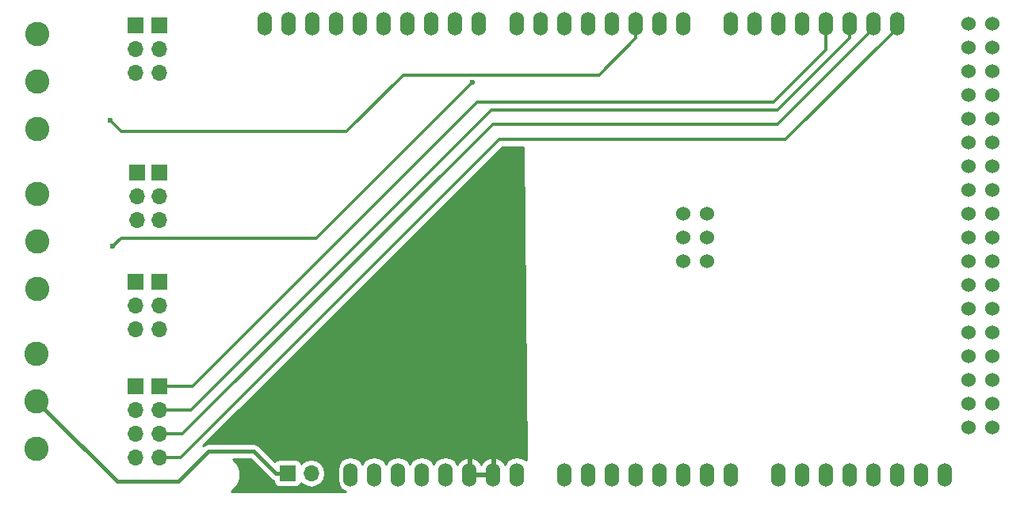
<source format=gbr>
G04 #@! TF.FileFunction,Copper,L2,Bot,Signal*
%FSLAX46Y46*%
G04 Gerber Fmt 4.6, Leading zero omitted, Abs format (unit mm)*
G04 Created by KiCad (PCBNEW 4.0.4-stable) date 04/21/17 11:27:43*
%MOMM*%
%LPD*%
G01*
G04 APERTURE LIST*
%ADD10C,0.100000*%
%ADD11C,0.600000*%
%ADD12R,1.700000X1.700000*%
%ADD13O,1.700000X1.700000*%
%ADD14O,1.524000X2.540000*%
%ADD15C,1.524000*%
%ADD16C,2.600000*%
%ADD17C,0.400000*%
%ADD18C,0.300000*%
%ADD19C,0.254000*%
G04 APERTURE END LIST*
D10*
D11*
X179260000Y-96730000D03*
X175260000Y-96730000D03*
X171260000Y-96730000D03*
X179260000Y-92730000D03*
X175260000Y-92730000D03*
X171260000Y-92730000D03*
X179260000Y-88730000D03*
X175260000Y-88730000D03*
X183610000Y-82380000D03*
X188980000Y-82360000D03*
X193290000Y-77100000D03*
X188730000Y-77110000D03*
X183620000Y-77010000D03*
X181190000Y-79270000D03*
X193300000Y-71440000D03*
X192120000Y-68290000D03*
X171260000Y-88730000D03*
X188580000Y-71450000D03*
D12*
X155200000Y-53850000D03*
D13*
X155200000Y-56390000D03*
X155200000Y-58930000D03*
D14*
X216210000Y-53680000D03*
X218750000Y-53680000D03*
X221290000Y-53680000D03*
X223830000Y-53680000D03*
X226370000Y-53680000D03*
X228910000Y-53680000D03*
X231450000Y-53680000D03*
X233990000Y-53680000D03*
X239070000Y-101940000D03*
X236530000Y-101940000D03*
X233990000Y-101940000D03*
X231450000Y-101940000D03*
X221290000Y-101940000D03*
X216210000Y-101940000D03*
X213670000Y-101940000D03*
X223830000Y-101940000D03*
X226370000Y-101940000D03*
X228910000Y-101940000D03*
X211130000Y-101940000D03*
X208590000Y-101940000D03*
X206050000Y-101940000D03*
X198430000Y-101940000D03*
X200970000Y-101940000D03*
X203510000Y-101940000D03*
X193350000Y-101940000D03*
X190810000Y-101940000D03*
X188270000Y-101940000D03*
X183190000Y-101940000D03*
X180650000Y-101940000D03*
X211130000Y-53680000D03*
X208590000Y-53680000D03*
X206050000Y-53680000D03*
X203510000Y-53680000D03*
X200970000Y-53680000D03*
X198430000Y-53680000D03*
X195890000Y-53680000D03*
X193350000Y-53680000D03*
X189286000Y-53680000D03*
X186746000Y-53680000D03*
X184206000Y-53680000D03*
X181666000Y-53680000D03*
X179126000Y-53680000D03*
X176586000Y-53680000D03*
X174046000Y-53680000D03*
X171506000Y-53680000D03*
X185730000Y-101940000D03*
D15*
X241610000Y-56220000D03*
X244150000Y-56220000D03*
X241610000Y-58760000D03*
X244150000Y-58760000D03*
X241610000Y-61300000D03*
X244150000Y-61300000D03*
X241610000Y-63840000D03*
X244150000Y-63840000D03*
X241610000Y-53680000D03*
X244150000Y-53680000D03*
X244150000Y-66380000D03*
X241610000Y-66380000D03*
X241610000Y-68920000D03*
X244150000Y-68920000D03*
X241610000Y-71460000D03*
X244150000Y-71460000D03*
X241610000Y-74000000D03*
X244150000Y-74000000D03*
X241610000Y-76540000D03*
X244150000Y-76540000D03*
X241610000Y-79080000D03*
X244150000Y-79080000D03*
X241610000Y-81620000D03*
X244150000Y-81620000D03*
X241610000Y-84160000D03*
X244150000Y-84160000D03*
X241610000Y-86700000D03*
X244150000Y-86700000D03*
X241610000Y-89240000D03*
X244150000Y-89240000D03*
X241610000Y-91780000D03*
X244150000Y-91780000D03*
X241610000Y-94320000D03*
X244150000Y-94320000D03*
X241610000Y-96860000D03*
X244150000Y-96860000D03*
X211130000Y-74000000D03*
X213670000Y-74000000D03*
X211130000Y-76540000D03*
X213670000Y-76540000D03*
X211130000Y-79080000D03*
X213670000Y-79080000D03*
D14*
X178110000Y-101940000D03*
X175570000Y-101940000D03*
X168966000Y-53680000D03*
X166426000Y-53680000D03*
D12*
X168860000Y-101790000D03*
D13*
X171400000Y-101790000D03*
D12*
X155200000Y-69630000D03*
D13*
X155200000Y-72170000D03*
X155200000Y-74710000D03*
D12*
X155200000Y-92510000D03*
D13*
X155200000Y-95050000D03*
X155200000Y-97590000D03*
X155200000Y-100130000D03*
D12*
X155200000Y-81320000D03*
D13*
X155200000Y-83860000D03*
X155200000Y-86400000D03*
D12*
X152660000Y-53850000D03*
D13*
X152660000Y-56390000D03*
X152660000Y-58930000D03*
D12*
X152780000Y-69630000D03*
D13*
X152780000Y-72170000D03*
X152780000Y-74710000D03*
D12*
X152660000Y-92510000D03*
D13*
X152660000Y-95050000D03*
X152660000Y-97590000D03*
X152660000Y-100130000D03*
D12*
X152660000Y-81320000D03*
D13*
X152660000Y-83860000D03*
X152660000Y-86400000D03*
D16*
X142050000Y-94100000D03*
X142050000Y-89020000D03*
X142050000Y-99180000D03*
X142100000Y-77020000D03*
X142100000Y-71940000D03*
X142100000Y-82100000D03*
X142130000Y-59860000D03*
X142130000Y-54780000D03*
X142130000Y-64940000D03*
D11*
X178460000Y-82360000D03*
X149910000Y-64070000D03*
X150200000Y-77510000D03*
X188610000Y-60000000D03*
D17*
X143349999Y-95399999D02*
X142050000Y-94100000D01*
X150640000Y-102690000D02*
X143349999Y-95399999D01*
X157159254Y-102690000D02*
X150640000Y-102690000D01*
X160429254Y-99420000D02*
X157159254Y-102690000D01*
X165240000Y-99420000D02*
X160429254Y-99420000D01*
X168860000Y-101790000D02*
X167610000Y-101790000D01*
X167610000Y-101790000D02*
X165240000Y-99420000D01*
D18*
X155200000Y-92510000D02*
X158710000Y-92510000D01*
X158710000Y-92510000D02*
X189120000Y-62100000D01*
X189120000Y-62100000D02*
X220750000Y-62100000D01*
X220750000Y-62100000D02*
X226370000Y-56480000D01*
X226370000Y-56480000D02*
X226370000Y-53680000D01*
X228910000Y-53680000D02*
X228910000Y-55250000D01*
X228910000Y-55250000D02*
X221180000Y-62980000D01*
X221180000Y-62980000D02*
X190610000Y-62980000D01*
X190610000Y-62980000D02*
X158540000Y-95050000D01*
X158540000Y-95050000D02*
X155200000Y-95050000D01*
X155200000Y-97590000D02*
X157640000Y-97590000D01*
X157640000Y-97590000D02*
X190800000Y-64430000D01*
X190800000Y-64430000D02*
X221208000Y-64430000D01*
X221208000Y-64430000D02*
X231450000Y-54188000D01*
X231450000Y-54188000D02*
X231450000Y-53680000D01*
X155200000Y-100130000D02*
X157430000Y-100130000D01*
X157430000Y-100130000D02*
X191460000Y-66100000D01*
X191460000Y-66100000D02*
X222078000Y-66100000D01*
X222078000Y-66100000D02*
X233990000Y-54188000D01*
X233990000Y-54188000D02*
X233990000Y-53680000D01*
X175180000Y-65260000D02*
X151100000Y-65260000D01*
X151100000Y-65260000D02*
X149910000Y-64070000D01*
X181260000Y-59180000D02*
X175180000Y-65260000D01*
X202120000Y-59180000D02*
X181260000Y-59180000D01*
X206050000Y-53680000D02*
X206050000Y-55250000D01*
X206050000Y-55250000D02*
X202120000Y-59180000D01*
X188610000Y-60000000D02*
X171960000Y-76650000D01*
X171960000Y-76650000D02*
X151060000Y-76650000D01*
X151060000Y-76650000D02*
X150200000Y-77510000D01*
D19*
G36*
X194329776Y-100401471D02*
X193884609Y-100104019D01*
X193350000Y-99997679D01*
X192815391Y-100104019D01*
X192362172Y-100406851D01*
X192070670Y-100843113D01*
X192052059Y-100780059D01*
X191708026Y-100354370D01*
X191227277Y-100092740D01*
X191153070Y-100077780D01*
X190937000Y-100200280D01*
X190937000Y-101813000D01*
X190957000Y-101813000D01*
X190957000Y-102067000D01*
X190937000Y-102067000D01*
X190937000Y-102087000D01*
X190683000Y-102087000D01*
X190683000Y-102067000D01*
X188397000Y-102067000D01*
X188397000Y-102087000D01*
X188143000Y-102087000D01*
X188143000Y-102067000D01*
X188123000Y-102067000D01*
X188123000Y-101813000D01*
X188143000Y-101813000D01*
X188143000Y-100200280D01*
X188397000Y-100200280D01*
X188397000Y-101813000D01*
X190683000Y-101813000D01*
X190683000Y-100200280D01*
X190466930Y-100077780D01*
X190392723Y-100092740D01*
X189911974Y-100354370D01*
X189567941Y-100780059D01*
X189540000Y-100874723D01*
X189512059Y-100780059D01*
X189168026Y-100354370D01*
X188687277Y-100092740D01*
X188613070Y-100077780D01*
X188397000Y-100200280D01*
X188143000Y-100200280D01*
X187926930Y-100077780D01*
X187852723Y-100092740D01*
X187371974Y-100354370D01*
X187027941Y-100780059D01*
X187009330Y-100843113D01*
X186717828Y-100406851D01*
X186264609Y-100104019D01*
X185730000Y-99997679D01*
X185195391Y-100104019D01*
X184742172Y-100406851D01*
X184460000Y-100829150D01*
X184177828Y-100406851D01*
X183724609Y-100104019D01*
X183190000Y-99997679D01*
X182655391Y-100104019D01*
X182202172Y-100406851D01*
X181920000Y-100829150D01*
X181637828Y-100406851D01*
X181184609Y-100104019D01*
X180650000Y-99997679D01*
X180115391Y-100104019D01*
X179662172Y-100406851D01*
X179380000Y-100829150D01*
X179097828Y-100406851D01*
X178644609Y-100104019D01*
X178110000Y-99997679D01*
X177575391Y-100104019D01*
X177122172Y-100406851D01*
X176840000Y-100829150D01*
X176557828Y-100406851D01*
X176104609Y-100104019D01*
X175570000Y-99997679D01*
X175035391Y-100104019D01*
X174582172Y-100406851D01*
X174279340Y-100860070D01*
X174173000Y-101394679D01*
X174173000Y-102485321D01*
X174279340Y-103019930D01*
X174582172Y-103473149D01*
X175035391Y-103775981D01*
X175055596Y-103780000D01*
X162902621Y-103780000D01*
X163483045Y-103200589D01*
X163822113Y-102384022D01*
X163822885Y-101499857D01*
X163485242Y-100682700D01*
X163058288Y-100255000D01*
X164894132Y-100255000D01*
X167019566Y-102380434D01*
X167290459Y-102561439D01*
X167362560Y-102575781D01*
X167362560Y-102640000D01*
X167406838Y-102875317D01*
X167545910Y-103091441D01*
X167758110Y-103236431D01*
X168010000Y-103287440D01*
X169710000Y-103287440D01*
X169945317Y-103243162D01*
X170161441Y-103104090D01*
X170306431Y-102891890D01*
X170320086Y-102824459D01*
X170349946Y-102869147D01*
X170831715Y-103191054D01*
X171400000Y-103304093D01*
X171968285Y-103191054D01*
X172450054Y-102869147D01*
X172771961Y-102387378D01*
X172885000Y-101819093D01*
X172885000Y-101760907D01*
X172771961Y-101192622D01*
X172450054Y-100710853D01*
X171968285Y-100388946D01*
X171400000Y-100275907D01*
X170831715Y-100388946D01*
X170349946Y-100710853D01*
X170322150Y-100752452D01*
X170313162Y-100704683D01*
X170174090Y-100488559D01*
X169961890Y-100343569D01*
X169710000Y-100292560D01*
X168010000Y-100292560D01*
X167774683Y-100336838D01*
X167558559Y-100475910D01*
X167525363Y-100524495D01*
X165830434Y-98829566D01*
X165700946Y-98743045D01*
X165559541Y-98648561D01*
X165240000Y-98585000D01*
X160429254Y-98585000D01*
X160109713Y-98648561D01*
X159968308Y-98743045D01*
X159844160Y-98825998D01*
X191785157Y-66885000D01*
X194034338Y-66885000D01*
X194329776Y-100401471D01*
X194329776Y-100401471D01*
G37*
X194329776Y-100401471D02*
X193884609Y-100104019D01*
X193350000Y-99997679D01*
X192815391Y-100104019D01*
X192362172Y-100406851D01*
X192070670Y-100843113D01*
X192052059Y-100780059D01*
X191708026Y-100354370D01*
X191227277Y-100092740D01*
X191153070Y-100077780D01*
X190937000Y-100200280D01*
X190937000Y-101813000D01*
X190957000Y-101813000D01*
X190957000Y-102067000D01*
X190937000Y-102067000D01*
X190937000Y-102087000D01*
X190683000Y-102087000D01*
X190683000Y-102067000D01*
X188397000Y-102067000D01*
X188397000Y-102087000D01*
X188143000Y-102087000D01*
X188143000Y-102067000D01*
X188123000Y-102067000D01*
X188123000Y-101813000D01*
X188143000Y-101813000D01*
X188143000Y-100200280D01*
X188397000Y-100200280D01*
X188397000Y-101813000D01*
X190683000Y-101813000D01*
X190683000Y-100200280D01*
X190466930Y-100077780D01*
X190392723Y-100092740D01*
X189911974Y-100354370D01*
X189567941Y-100780059D01*
X189540000Y-100874723D01*
X189512059Y-100780059D01*
X189168026Y-100354370D01*
X188687277Y-100092740D01*
X188613070Y-100077780D01*
X188397000Y-100200280D01*
X188143000Y-100200280D01*
X187926930Y-100077780D01*
X187852723Y-100092740D01*
X187371974Y-100354370D01*
X187027941Y-100780059D01*
X187009330Y-100843113D01*
X186717828Y-100406851D01*
X186264609Y-100104019D01*
X185730000Y-99997679D01*
X185195391Y-100104019D01*
X184742172Y-100406851D01*
X184460000Y-100829150D01*
X184177828Y-100406851D01*
X183724609Y-100104019D01*
X183190000Y-99997679D01*
X182655391Y-100104019D01*
X182202172Y-100406851D01*
X181920000Y-100829150D01*
X181637828Y-100406851D01*
X181184609Y-100104019D01*
X180650000Y-99997679D01*
X180115391Y-100104019D01*
X179662172Y-100406851D01*
X179380000Y-100829150D01*
X179097828Y-100406851D01*
X178644609Y-100104019D01*
X178110000Y-99997679D01*
X177575391Y-100104019D01*
X177122172Y-100406851D01*
X176840000Y-100829150D01*
X176557828Y-100406851D01*
X176104609Y-100104019D01*
X175570000Y-99997679D01*
X175035391Y-100104019D01*
X174582172Y-100406851D01*
X174279340Y-100860070D01*
X174173000Y-101394679D01*
X174173000Y-102485321D01*
X174279340Y-103019930D01*
X174582172Y-103473149D01*
X175035391Y-103775981D01*
X175055596Y-103780000D01*
X162902621Y-103780000D01*
X163483045Y-103200589D01*
X163822113Y-102384022D01*
X163822885Y-101499857D01*
X163485242Y-100682700D01*
X163058288Y-100255000D01*
X164894132Y-100255000D01*
X167019566Y-102380434D01*
X167290459Y-102561439D01*
X167362560Y-102575781D01*
X167362560Y-102640000D01*
X167406838Y-102875317D01*
X167545910Y-103091441D01*
X167758110Y-103236431D01*
X168010000Y-103287440D01*
X169710000Y-103287440D01*
X169945317Y-103243162D01*
X170161441Y-103104090D01*
X170306431Y-102891890D01*
X170320086Y-102824459D01*
X170349946Y-102869147D01*
X170831715Y-103191054D01*
X171400000Y-103304093D01*
X171968285Y-103191054D01*
X172450054Y-102869147D01*
X172771961Y-102387378D01*
X172885000Y-101819093D01*
X172885000Y-101760907D01*
X172771961Y-101192622D01*
X172450054Y-100710853D01*
X171968285Y-100388946D01*
X171400000Y-100275907D01*
X170831715Y-100388946D01*
X170349946Y-100710853D01*
X170322150Y-100752452D01*
X170313162Y-100704683D01*
X170174090Y-100488559D01*
X169961890Y-100343569D01*
X169710000Y-100292560D01*
X168010000Y-100292560D01*
X167774683Y-100336838D01*
X167558559Y-100475910D01*
X167525363Y-100524495D01*
X165830434Y-98829566D01*
X165700946Y-98743045D01*
X165559541Y-98648561D01*
X165240000Y-98585000D01*
X160429254Y-98585000D01*
X160109713Y-98648561D01*
X159968308Y-98743045D01*
X159844160Y-98825998D01*
X191785157Y-66885000D01*
X194034338Y-66885000D01*
X194329776Y-100401471D01*
M02*

</source>
